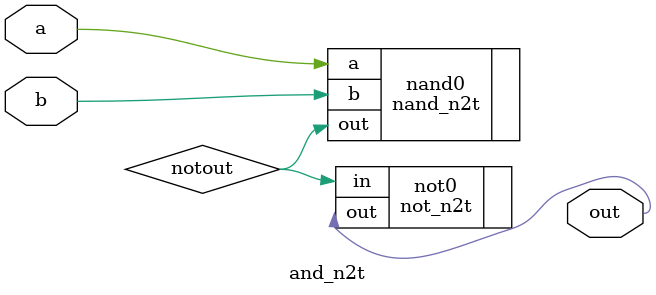
<source format=v>
module and_n2t
(
    input a,
    input b,
    output out
);

wire notout;

// AND is NOT NAND
nand_n2t nand0
(
    .a(a),
    .b(b),
    .out(notout)
);

not_n2t not0
(
    .in(notout),
    .out(out)
);

endmodule

</source>
